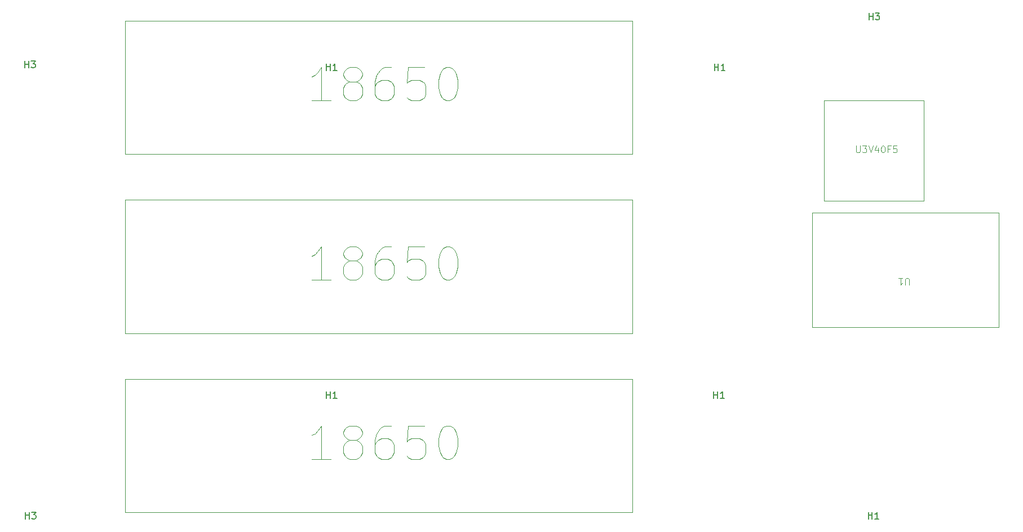
<source format=gbr>
%TF.GenerationSoftware,KiCad,Pcbnew,8.0.2*%
%TF.CreationDate,2024-06-19T11:28:36-04:00*%
%TF.ProjectId,StringsVR-Power,53747269-6e67-4735-9652-2d506f776572,rev?*%
%TF.SameCoordinates,Original*%
%TF.FileFunction,Legend,Top*%
%TF.FilePolarity,Positive*%
%FSLAX46Y46*%
G04 Gerber Fmt 4.6, Leading zero omitted, Abs format (unit mm)*
G04 Created by KiCad (PCBNEW 8.0.2) date 2024-06-19 11:28:36*
%MOMM*%
%LPD*%
G01*
G04 APERTURE LIST*
%ADD10C,0.150000*%
%ADD11C,0.100000*%
G04 APERTURE END LIST*
D10*
X182638095Y-70254819D02*
X182638095Y-69254819D01*
X182638095Y-69731009D02*
X183209523Y-69731009D01*
X183209523Y-70254819D02*
X183209523Y-69254819D01*
X184209523Y-70254819D02*
X183638095Y-70254819D01*
X183923809Y-70254819D02*
X183923809Y-69254819D01*
X183923809Y-69254819D02*
X183828571Y-69397676D01*
X183828571Y-69397676D02*
X183733333Y-69492914D01*
X183733333Y-69492914D02*
X183638095Y-69540533D01*
X182524892Y-119454819D02*
X182524892Y-118454819D01*
X182524892Y-118931009D02*
X183096320Y-118931009D01*
X183096320Y-119454819D02*
X183096320Y-118454819D01*
X184096320Y-119454819D02*
X183524892Y-119454819D01*
X183810606Y-119454819D02*
X183810606Y-118454819D01*
X183810606Y-118454819D02*
X183715368Y-118597676D01*
X183715368Y-118597676D02*
X183620130Y-118692914D01*
X183620130Y-118692914D02*
X183524892Y-118740533D01*
X124324892Y-119441616D02*
X124324892Y-118441616D01*
X124324892Y-118917806D02*
X124896320Y-118917806D01*
X124896320Y-119441616D02*
X124896320Y-118441616D01*
X125896320Y-119441616D02*
X125324892Y-119441616D01*
X125610606Y-119441616D02*
X125610606Y-118441616D01*
X125610606Y-118441616D02*
X125515368Y-118584473D01*
X125515368Y-118584473D02*
X125420130Y-118679711D01*
X125420130Y-118679711D02*
X125324892Y-118727330D01*
D11*
X124975312Y-101682895D02*
X122118169Y-101682895D01*
X123546741Y-101682895D02*
X123546741Y-96682895D01*
X123546741Y-96682895D02*
X123070550Y-97397180D01*
X123070550Y-97397180D02*
X122594360Y-97873371D01*
X122594360Y-97873371D02*
X122118169Y-98111466D01*
X127832455Y-98825752D02*
X127356265Y-98587657D01*
X127356265Y-98587657D02*
X127118170Y-98349561D01*
X127118170Y-98349561D02*
X126880074Y-97873371D01*
X126880074Y-97873371D02*
X126880074Y-97635276D01*
X126880074Y-97635276D02*
X127118170Y-97159085D01*
X127118170Y-97159085D02*
X127356265Y-96920990D01*
X127356265Y-96920990D02*
X127832455Y-96682895D01*
X127832455Y-96682895D02*
X128784836Y-96682895D01*
X128784836Y-96682895D02*
X129261027Y-96920990D01*
X129261027Y-96920990D02*
X129499122Y-97159085D01*
X129499122Y-97159085D02*
X129737217Y-97635276D01*
X129737217Y-97635276D02*
X129737217Y-97873371D01*
X129737217Y-97873371D02*
X129499122Y-98349561D01*
X129499122Y-98349561D02*
X129261027Y-98587657D01*
X129261027Y-98587657D02*
X128784836Y-98825752D01*
X128784836Y-98825752D02*
X127832455Y-98825752D01*
X127832455Y-98825752D02*
X127356265Y-99063847D01*
X127356265Y-99063847D02*
X127118170Y-99301942D01*
X127118170Y-99301942D02*
X126880074Y-99778133D01*
X126880074Y-99778133D02*
X126880074Y-100730514D01*
X126880074Y-100730514D02*
X127118170Y-101206704D01*
X127118170Y-101206704D02*
X127356265Y-101444800D01*
X127356265Y-101444800D02*
X127832455Y-101682895D01*
X127832455Y-101682895D02*
X128784836Y-101682895D01*
X128784836Y-101682895D02*
X129261027Y-101444800D01*
X129261027Y-101444800D02*
X129499122Y-101206704D01*
X129499122Y-101206704D02*
X129737217Y-100730514D01*
X129737217Y-100730514D02*
X129737217Y-99778133D01*
X129737217Y-99778133D02*
X129499122Y-99301942D01*
X129499122Y-99301942D02*
X129261027Y-99063847D01*
X129261027Y-99063847D02*
X128784836Y-98825752D01*
X134022932Y-96682895D02*
X133070551Y-96682895D01*
X133070551Y-96682895D02*
X132594360Y-96920990D01*
X132594360Y-96920990D02*
X132356265Y-97159085D01*
X132356265Y-97159085D02*
X131880075Y-97873371D01*
X131880075Y-97873371D02*
X131641979Y-98825752D01*
X131641979Y-98825752D02*
X131641979Y-100730514D01*
X131641979Y-100730514D02*
X131880075Y-101206704D01*
X131880075Y-101206704D02*
X132118170Y-101444800D01*
X132118170Y-101444800D02*
X132594360Y-101682895D01*
X132594360Y-101682895D02*
X133546741Y-101682895D01*
X133546741Y-101682895D02*
X134022932Y-101444800D01*
X134022932Y-101444800D02*
X134261027Y-101206704D01*
X134261027Y-101206704D02*
X134499122Y-100730514D01*
X134499122Y-100730514D02*
X134499122Y-99540038D01*
X134499122Y-99540038D02*
X134261027Y-99063847D01*
X134261027Y-99063847D02*
X134022932Y-98825752D01*
X134022932Y-98825752D02*
X133546741Y-98587657D01*
X133546741Y-98587657D02*
X132594360Y-98587657D01*
X132594360Y-98587657D02*
X132118170Y-98825752D01*
X132118170Y-98825752D02*
X131880075Y-99063847D01*
X131880075Y-99063847D02*
X131641979Y-99540038D01*
X139022932Y-96682895D02*
X136641980Y-96682895D01*
X136641980Y-96682895D02*
X136403884Y-99063847D01*
X136403884Y-99063847D02*
X136641980Y-98825752D01*
X136641980Y-98825752D02*
X137118170Y-98587657D01*
X137118170Y-98587657D02*
X138308646Y-98587657D01*
X138308646Y-98587657D02*
X138784837Y-98825752D01*
X138784837Y-98825752D02*
X139022932Y-99063847D01*
X139022932Y-99063847D02*
X139261027Y-99540038D01*
X139261027Y-99540038D02*
X139261027Y-100730514D01*
X139261027Y-100730514D02*
X139022932Y-101206704D01*
X139022932Y-101206704D02*
X138784837Y-101444800D01*
X138784837Y-101444800D02*
X138308646Y-101682895D01*
X138308646Y-101682895D02*
X137118170Y-101682895D01*
X137118170Y-101682895D02*
X136641980Y-101444800D01*
X136641980Y-101444800D02*
X136403884Y-101206704D01*
X142356266Y-96682895D02*
X142832456Y-96682895D01*
X142832456Y-96682895D02*
X143308647Y-96920990D01*
X143308647Y-96920990D02*
X143546742Y-97159085D01*
X143546742Y-97159085D02*
X143784837Y-97635276D01*
X143784837Y-97635276D02*
X144022932Y-98587657D01*
X144022932Y-98587657D02*
X144022932Y-99778133D01*
X144022932Y-99778133D02*
X143784837Y-100730514D01*
X143784837Y-100730514D02*
X143546742Y-101206704D01*
X143546742Y-101206704D02*
X143308647Y-101444800D01*
X143308647Y-101444800D02*
X142832456Y-101682895D01*
X142832456Y-101682895D02*
X142356266Y-101682895D01*
X142356266Y-101682895D02*
X141880075Y-101444800D01*
X141880075Y-101444800D02*
X141641980Y-101206704D01*
X141641980Y-101206704D02*
X141403885Y-100730514D01*
X141403885Y-100730514D02*
X141165789Y-99778133D01*
X141165789Y-99778133D02*
X141165789Y-98587657D01*
X141165789Y-98587657D02*
X141403885Y-97635276D01*
X141403885Y-97635276D02*
X141641980Y-97159085D01*
X141641980Y-97159085D02*
X141880075Y-96920990D01*
X141880075Y-96920990D02*
X142356266Y-96682895D01*
X124975312Y-128582895D02*
X122118169Y-128582895D01*
X123546741Y-128582895D02*
X123546741Y-123582895D01*
X123546741Y-123582895D02*
X123070550Y-124297180D01*
X123070550Y-124297180D02*
X122594360Y-124773371D01*
X122594360Y-124773371D02*
X122118169Y-125011466D01*
X127832455Y-125725752D02*
X127356265Y-125487657D01*
X127356265Y-125487657D02*
X127118170Y-125249561D01*
X127118170Y-125249561D02*
X126880074Y-124773371D01*
X126880074Y-124773371D02*
X126880074Y-124535276D01*
X126880074Y-124535276D02*
X127118170Y-124059085D01*
X127118170Y-124059085D02*
X127356265Y-123820990D01*
X127356265Y-123820990D02*
X127832455Y-123582895D01*
X127832455Y-123582895D02*
X128784836Y-123582895D01*
X128784836Y-123582895D02*
X129261027Y-123820990D01*
X129261027Y-123820990D02*
X129499122Y-124059085D01*
X129499122Y-124059085D02*
X129737217Y-124535276D01*
X129737217Y-124535276D02*
X129737217Y-124773371D01*
X129737217Y-124773371D02*
X129499122Y-125249561D01*
X129499122Y-125249561D02*
X129261027Y-125487657D01*
X129261027Y-125487657D02*
X128784836Y-125725752D01*
X128784836Y-125725752D02*
X127832455Y-125725752D01*
X127832455Y-125725752D02*
X127356265Y-125963847D01*
X127356265Y-125963847D02*
X127118170Y-126201942D01*
X127118170Y-126201942D02*
X126880074Y-126678133D01*
X126880074Y-126678133D02*
X126880074Y-127630514D01*
X126880074Y-127630514D02*
X127118170Y-128106704D01*
X127118170Y-128106704D02*
X127356265Y-128344800D01*
X127356265Y-128344800D02*
X127832455Y-128582895D01*
X127832455Y-128582895D02*
X128784836Y-128582895D01*
X128784836Y-128582895D02*
X129261027Y-128344800D01*
X129261027Y-128344800D02*
X129499122Y-128106704D01*
X129499122Y-128106704D02*
X129737217Y-127630514D01*
X129737217Y-127630514D02*
X129737217Y-126678133D01*
X129737217Y-126678133D02*
X129499122Y-126201942D01*
X129499122Y-126201942D02*
X129261027Y-125963847D01*
X129261027Y-125963847D02*
X128784836Y-125725752D01*
X134022932Y-123582895D02*
X133070551Y-123582895D01*
X133070551Y-123582895D02*
X132594360Y-123820990D01*
X132594360Y-123820990D02*
X132356265Y-124059085D01*
X132356265Y-124059085D02*
X131880075Y-124773371D01*
X131880075Y-124773371D02*
X131641979Y-125725752D01*
X131641979Y-125725752D02*
X131641979Y-127630514D01*
X131641979Y-127630514D02*
X131880075Y-128106704D01*
X131880075Y-128106704D02*
X132118170Y-128344800D01*
X132118170Y-128344800D02*
X132594360Y-128582895D01*
X132594360Y-128582895D02*
X133546741Y-128582895D01*
X133546741Y-128582895D02*
X134022932Y-128344800D01*
X134022932Y-128344800D02*
X134261027Y-128106704D01*
X134261027Y-128106704D02*
X134499122Y-127630514D01*
X134499122Y-127630514D02*
X134499122Y-126440038D01*
X134499122Y-126440038D02*
X134261027Y-125963847D01*
X134261027Y-125963847D02*
X134022932Y-125725752D01*
X134022932Y-125725752D02*
X133546741Y-125487657D01*
X133546741Y-125487657D02*
X132594360Y-125487657D01*
X132594360Y-125487657D02*
X132118170Y-125725752D01*
X132118170Y-125725752D02*
X131880075Y-125963847D01*
X131880075Y-125963847D02*
X131641979Y-126440038D01*
X139022932Y-123582895D02*
X136641980Y-123582895D01*
X136641980Y-123582895D02*
X136403884Y-125963847D01*
X136403884Y-125963847D02*
X136641980Y-125725752D01*
X136641980Y-125725752D02*
X137118170Y-125487657D01*
X137118170Y-125487657D02*
X138308646Y-125487657D01*
X138308646Y-125487657D02*
X138784837Y-125725752D01*
X138784837Y-125725752D02*
X139022932Y-125963847D01*
X139022932Y-125963847D02*
X139261027Y-126440038D01*
X139261027Y-126440038D02*
X139261027Y-127630514D01*
X139261027Y-127630514D02*
X139022932Y-128106704D01*
X139022932Y-128106704D02*
X138784837Y-128344800D01*
X138784837Y-128344800D02*
X138308646Y-128582895D01*
X138308646Y-128582895D02*
X137118170Y-128582895D01*
X137118170Y-128582895D02*
X136641980Y-128344800D01*
X136641980Y-128344800D02*
X136403884Y-128106704D01*
X142356266Y-123582895D02*
X142832456Y-123582895D01*
X142832456Y-123582895D02*
X143308647Y-123820990D01*
X143308647Y-123820990D02*
X143546742Y-124059085D01*
X143546742Y-124059085D02*
X143784837Y-124535276D01*
X143784837Y-124535276D02*
X144022932Y-125487657D01*
X144022932Y-125487657D02*
X144022932Y-126678133D01*
X144022932Y-126678133D02*
X143784837Y-127630514D01*
X143784837Y-127630514D02*
X143546742Y-128106704D01*
X143546742Y-128106704D02*
X143308647Y-128344800D01*
X143308647Y-128344800D02*
X142832456Y-128582895D01*
X142832456Y-128582895D02*
X142356266Y-128582895D01*
X142356266Y-128582895D02*
X141880075Y-128344800D01*
X141880075Y-128344800D02*
X141641980Y-128106704D01*
X141641980Y-128106704D02*
X141403885Y-127630514D01*
X141403885Y-127630514D02*
X141165789Y-126678133D01*
X141165789Y-126678133D02*
X141165789Y-125487657D01*
X141165789Y-125487657D02*
X141403885Y-124535276D01*
X141403885Y-124535276D02*
X141641980Y-124059085D01*
X141641980Y-124059085D02*
X141880075Y-123820990D01*
X141880075Y-123820990D02*
X142356266Y-123582895D01*
X124975312Y-74782895D02*
X122118169Y-74782895D01*
X123546741Y-74782895D02*
X123546741Y-69782895D01*
X123546741Y-69782895D02*
X123070550Y-70497180D01*
X123070550Y-70497180D02*
X122594360Y-70973371D01*
X122594360Y-70973371D02*
X122118169Y-71211466D01*
X127832455Y-71925752D02*
X127356265Y-71687657D01*
X127356265Y-71687657D02*
X127118170Y-71449561D01*
X127118170Y-71449561D02*
X126880074Y-70973371D01*
X126880074Y-70973371D02*
X126880074Y-70735276D01*
X126880074Y-70735276D02*
X127118170Y-70259085D01*
X127118170Y-70259085D02*
X127356265Y-70020990D01*
X127356265Y-70020990D02*
X127832455Y-69782895D01*
X127832455Y-69782895D02*
X128784836Y-69782895D01*
X128784836Y-69782895D02*
X129261027Y-70020990D01*
X129261027Y-70020990D02*
X129499122Y-70259085D01*
X129499122Y-70259085D02*
X129737217Y-70735276D01*
X129737217Y-70735276D02*
X129737217Y-70973371D01*
X129737217Y-70973371D02*
X129499122Y-71449561D01*
X129499122Y-71449561D02*
X129261027Y-71687657D01*
X129261027Y-71687657D02*
X128784836Y-71925752D01*
X128784836Y-71925752D02*
X127832455Y-71925752D01*
X127832455Y-71925752D02*
X127356265Y-72163847D01*
X127356265Y-72163847D02*
X127118170Y-72401942D01*
X127118170Y-72401942D02*
X126880074Y-72878133D01*
X126880074Y-72878133D02*
X126880074Y-73830514D01*
X126880074Y-73830514D02*
X127118170Y-74306704D01*
X127118170Y-74306704D02*
X127356265Y-74544800D01*
X127356265Y-74544800D02*
X127832455Y-74782895D01*
X127832455Y-74782895D02*
X128784836Y-74782895D01*
X128784836Y-74782895D02*
X129261027Y-74544800D01*
X129261027Y-74544800D02*
X129499122Y-74306704D01*
X129499122Y-74306704D02*
X129737217Y-73830514D01*
X129737217Y-73830514D02*
X129737217Y-72878133D01*
X129737217Y-72878133D02*
X129499122Y-72401942D01*
X129499122Y-72401942D02*
X129261027Y-72163847D01*
X129261027Y-72163847D02*
X128784836Y-71925752D01*
X134022932Y-69782895D02*
X133070551Y-69782895D01*
X133070551Y-69782895D02*
X132594360Y-70020990D01*
X132594360Y-70020990D02*
X132356265Y-70259085D01*
X132356265Y-70259085D02*
X131880075Y-70973371D01*
X131880075Y-70973371D02*
X131641979Y-71925752D01*
X131641979Y-71925752D02*
X131641979Y-73830514D01*
X131641979Y-73830514D02*
X131880075Y-74306704D01*
X131880075Y-74306704D02*
X132118170Y-74544800D01*
X132118170Y-74544800D02*
X132594360Y-74782895D01*
X132594360Y-74782895D02*
X133546741Y-74782895D01*
X133546741Y-74782895D02*
X134022932Y-74544800D01*
X134022932Y-74544800D02*
X134261027Y-74306704D01*
X134261027Y-74306704D02*
X134499122Y-73830514D01*
X134499122Y-73830514D02*
X134499122Y-72640038D01*
X134499122Y-72640038D02*
X134261027Y-72163847D01*
X134261027Y-72163847D02*
X134022932Y-71925752D01*
X134022932Y-71925752D02*
X133546741Y-71687657D01*
X133546741Y-71687657D02*
X132594360Y-71687657D01*
X132594360Y-71687657D02*
X132118170Y-71925752D01*
X132118170Y-71925752D02*
X131880075Y-72163847D01*
X131880075Y-72163847D02*
X131641979Y-72640038D01*
X139022932Y-69782895D02*
X136641980Y-69782895D01*
X136641980Y-69782895D02*
X136403884Y-72163847D01*
X136403884Y-72163847D02*
X136641980Y-71925752D01*
X136641980Y-71925752D02*
X137118170Y-71687657D01*
X137118170Y-71687657D02*
X138308646Y-71687657D01*
X138308646Y-71687657D02*
X138784837Y-71925752D01*
X138784837Y-71925752D02*
X139022932Y-72163847D01*
X139022932Y-72163847D02*
X139261027Y-72640038D01*
X139261027Y-72640038D02*
X139261027Y-73830514D01*
X139261027Y-73830514D02*
X139022932Y-74306704D01*
X139022932Y-74306704D02*
X138784837Y-74544800D01*
X138784837Y-74544800D02*
X138308646Y-74782895D01*
X138308646Y-74782895D02*
X137118170Y-74782895D01*
X137118170Y-74782895D02*
X136641980Y-74544800D01*
X136641980Y-74544800D02*
X136403884Y-74306704D01*
X142356266Y-69782895D02*
X142832456Y-69782895D01*
X142832456Y-69782895D02*
X143308647Y-70020990D01*
X143308647Y-70020990D02*
X143546742Y-70259085D01*
X143546742Y-70259085D02*
X143784837Y-70735276D01*
X143784837Y-70735276D02*
X144022932Y-71687657D01*
X144022932Y-71687657D02*
X144022932Y-72878133D01*
X144022932Y-72878133D02*
X143784837Y-73830514D01*
X143784837Y-73830514D02*
X143546742Y-74306704D01*
X143546742Y-74306704D02*
X143308647Y-74544800D01*
X143308647Y-74544800D02*
X142832456Y-74782895D01*
X142832456Y-74782895D02*
X142356266Y-74782895D01*
X142356266Y-74782895D02*
X141880075Y-74544800D01*
X141880075Y-74544800D02*
X141641980Y-74306704D01*
X141641980Y-74306704D02*
X141403885Y-73830514D01*
X141403885Y-73830514D02*
X141165789Y-72878133D01*
X141165789Y-72878133D02*
X141165789Y-71687657D01*
X141165789Y-71687657D02*
X141403885Y-70735276D01*
X141403885Y-70735276D02*
X141641980Y-70259085D01*
X141641980Y-70259085D02*
X141880075Y-70020990D01*
X141880075Y-70020990D02*
X142356266Y-69782895D01*
D10*
X79038095Y-69854819D02*
X79038095Y-68854819D01*
X79038095Y-69331009D02*
X79609523Y-69331009D01*
X79609523Y-69854819D02*
X79609523Y-68854819D01*
X79990476Y-68854819D02*
X80609523Y-68854819D01*
X80609523Y-68854819D02*
X80276190Y-69235771D01*
X80276190Y-69235771D02*
X80419047Y-69235771D01*
X80419047Y-69235771D02*
X80514285Y-69283390D01*
X80514285Y-69283390D02*
X80561904Y-69331009D01*
X80561904Y-69331009D02*
X80609523Y-69426247D01*
X80609523Y-69426247D02*
X80609523Y-69664342D01*
X80609523Y-69664342D02*
X80561904Y-69759580D01*
X80561904Y-69759580D02*
X80514285Y-69807200D01*
X80514285Y-69807200D02*
X80419047Y-69854819D01*
X80419047Y-69854819D02*
X80133333Y-69854819D01*
X80133333Y-69854819D02*
X80038095Y-69807200D01*
X80038095Y-69807200D02*
X79990476Y-69759580D01*
X79124892Y-137554819D02*
X79124892Y-136554819D01*
X79124892Y-137031009D02*
X79696320Y-137031009D01*
X79696320Y-137554819D02*
X79696320Y-136554819D01*
X80077273Y-136554819D02*
X80696320Y-136554819D01*
X80696320Y-136554819D02*
X80362987Y-136935771D01*
X80362987Y-136935771D02*
X80505844Y-136935771D01*
X80505844Y-136935771D02*
X80601082Y-136983390D01*
X80601082Y-136983390D02*
X80648701Y-137031009D01*
X80648701Y-137031009D02*
X80696320Y-137126247D01*
X80696320Y-137126247D02*
X80696320Y-137364342D01*
X80696320Y-137364342D02*
X80648701Y-137459580D01*
X80648701Y-137459580D02*
X80601082Y-137507200D01*
X80601082Y-137507200D02*
X80505844Y-137554819D01*
X80505844Y-137554819D02*
X80220130Y-137554819D01*
X80220130Y-137554819D02*
X80124892Y-137507200D01*
X80124892Y-137507200D02*
X80077273Y-137459580D01*
X124324892Y-70241616D02*
X124324892Y-69241616D01*
X124324892Y-69717806D02*
X124896320Y-69717806D01*
X124896320Y-70241616D02*
X124896320Y-69241616D01*
X125896320Y-70241616D02*
X125324892Y-70241616D01*
X125610606Y-70241616D02*
X125610606Y-69241616D01*
X125610606Y-69241616D02*
X125515368Y-69384473D01*
X125515368Y-69384473D02*
X125420130Y-69479711D01*
X125420130Y-69479711D02*
X125324892Y-69527330D01*
D11*
X211861904Y-102442580D02*
X211861904Y-101633057D01*
X211861904Y-101633057D02*
X211814285Y-101537819D01*
X211814285Y-101537819D02*
X211766666Y-101490200D01*
X211766666Y-101490200D02*
X211671428Y-101442580D01*
X211671428Y-101442580D02*
X211480952Y-101442580D01*
X211480952Y-101442580D02*
X211385714Y-101490200D01*
X211385714Y-101490200D02*
X211338095Y-101537819D01*
X211338095Y-101537819D02*
X211290476Y-101633057D01*
X211290476Y-101633057D02*
X211290476Y-102442580D01*
X210290476Y-101442580D02*
X210861904Y-101442580D01*
X210576190Y-101442580D02*
X210576190Y-102442580D01*
X210576190Y-102442580D02*
X210671428Y-102299723D01*
X210671428Y-102299723D02*
X210766666Y-102204485D01*
X210766666Y-102204485D02*
X210861904Y-102156866D01*
D10*
X205838095Y-62641616D02*
X205838095Y-61641616D01*
X205838095Y-62117806D02*
X206409523Y-62117806D01*
X206409523Y-62641616D02*
X206409523Y-61641616D01*
X206790476Y-61641616D02*
X207409523Y-61641616D01*
X207409523Y-61641616D02*
X207076190Y-62022568D01*
X207076190Y-62022568D02*
X207219047Y-62022568D01*
X207219047Y-62022568D02*
X207314285Y-62070187D01*
X207314285Y-62070187D02*
X207361904Y-62117806D01*
X207361904Y-62117806D02*
X207409523Y-62213044D01*
X207409523Y-62213044D02*
X207409523Y-62451139D01*
X207409523Y-62451139D02*
X207361904Y-62546377D01*
X207361904Y-62546377D02*
X207314285Y-62593997D01*
X207314285Y-62593997D02*
X207219047Y-62641616D01*
X207219047Y-62641616D02*
X206933333Y-62641616D01*
X206933333Y-62641616D02*
X206838095Y-62593997D01*
X206838095Y-62593997D02*
X206790476Y-62546377D01*
X205738095Y-137554819D02*
X205738095Y-136554819D01*
X205738095Y-137031009D02*
X206309523Y-137031009D01*
X206309523Y-137554819D02*
X206309523Y-136554819D01*
X207309523Y-137554819D02*
X206738095Y-137554819D01*
X207023809Y-137554819D02*
X207023809Y-136554819D01*
X207023809Y-136554819D02*
X206928571Y-136697676D01*
X206928571Y-136697676D02*
X206833333Y-136792914D01*
X206833333Y-136792914D02*
X206738095Y-136840533D01*
D11*
X203903884Y-81572419D02*
X203903884Y-82381942D01*
X203903884Y-82381942D02*
X203951503Y-82477180D01*
X203951503Y-82477180D02*
X203999122Y-82524800D01*
X203999122Y-82524800D02*
X204094360Y-82572419D01*
X204094360Y-82572419D02*
X204284836Y-82572419D01*
X204284836Y-82572419D02*
X204380074Y-82524800D01*
X204380074Y-82524800D02*
X204427693Y-82477180D01*
X204427693Y-82477180D02*
X204475312Y-82381942D01*
X204475312Y-82381942D02*
X204475312Y-81572419D01*
X204856265Y-81572419D02*
X205475312Y-81572419D01*
X205475312Y-81572419D02*
X205141979Y-81953371D01*
X205141979Y-81953371D02*
X205284836Y-81953371D01*
X205284836Y-81953371D02*
X205380074Y-82000990D01*
X205380074Y-82000990D02*
X205427693Y-82048609D01*
X205427693Y-82048609D02*
X205475312Y-82143847D01*
X205475312Y-82143847D02*
X205475312Y-82381942D01*
X205475312Y-82381942D02*
X205427693Y-82477180D01*
X205427693Y-82477180D02*
X205380074Y-82524800D01*
X205380074Y-82524800D02*
X205284836Y-82572419D01*
X205284836Y-82572419D02*
X204999122Y-82572419D01*
X204999122Y-82572419D02*
X204903884Y-82524800D01*
X204903884Y-82524800D02*
X204856265Y-82477180D01*
X205761027Y-81572419D02*
X206094360Y-82572419D01*
X206094360Y-82572419D02*
X206427693Y-81572419D01*
X207189598Y-81905752D02*
X207189598Y-82572419D01*
X206951503Y-81524800D02*
X206713408Y-82239085D01*
X206713408Y-82239085D02*
X207332455Y-82239085D01*
X207903884Y-81572419D02*
X207999122Y-81572419D01*
X207999122Y-81572419D02*
X208094360Y-81620038D01*
X208094360Y-81620038D02*
X208141979Y-81667657D01*
X208141979Y-81667657D02*
X208189598Y-81762895D01*
X208189598Y-81762895D02*
X208237217Y-81953371D01*
X208237217Y-81953371D02*
X208237217Y-82191466D01*
X208237217Y-82191466D02*
X208189598Y-82381942D01*
X208189598Y-82381942D02*
X208141979Y-82477180D01*
X208141979Y-82477180D02*
X208094360Y-82524800D01*
X208094360Y-82524800D02*
X207999122Y-82572419D01*
X207999122Y-82572419D02*
X207903884Y-82572419D01*
X207903884Y-82572419D02*
X207808646Y-82524800D01*
X207808646Y-82524800D02*
X207761027Y-82477180D01*
X207761027Y-82477180D02*
X207713408Y-82381942D01*
X207713408Y-82381942D02*
X207665789Y-82191466D01*
X207665789Y-82191466D02*
X207665789Y-81953371D01*
X207665789Y-81953371D02*
X207713408Y-81762895D01*
X207713408Y-81762895D02*
X207761027Y-81667657D01*
X207761027Y-81667657D02*
X207808646Y-81620038D01*
X207808646Y-81620038D02*
X207903884Y-81572419D01*
X208999122Y-82048609D02*
X208665789Y-82048609D01*
X208665789Y-82572419D02*
X208665789Y-81572419D01*
X208665789Y-81572419D02*
X209141979Y-81572419D01*
X209999122Y-81572419D02*
X209522932Y-81572419D01*
X209522932Y-81572419D02*
X209475313Y-82048609D01*
X209475313Y-82048609D02*
X209522932Y-82000990D01*
X209522932Y-82000990D02*
X209618170Y-81953371D01*
X209618170Y-81953371D02*
X209856265Y-81953371D01*
X209856265Y-81953371D02*
X209951503Y-82000990D01*
X209951503Y-82000990D02*
X209999122Y-82048609D01*
X209999122Y-82048609D02*
X210046741Y-82143847D01*
X210046741Y-82143847D02*
X210046741Y-82381942D01*
X210046741Y-82381942D02*
X209999122Y-82477180D01*
X209999122Y-82477180D02*
X209951503Y-82524800D01*
X209951503Y-82524800D02*
X209856265Y-82572419D01*
X209856265Y-82572419D02*
X209618170Y-82572419D01*
X209618170Y-82572419D02*
X209522932Y-82524800D01*
X209522932Y-82524800D02*
X209475313Y-82477180D01*
%TO.C,U3*%
X94100000Y-89700000D02*
X170300000Y-89700000D01*
X170300000Y-109700000D01*
X94100000Y-109700000D01*
X94100000Y-89700000D01*
%TO.C,U4*%
X94100000Y-116600000D02*
X170300000Y-116600000D01*
X170300000Y-136600000D01*
X94100000Y-136600000D01*
X94100000Y-116600000D01*
%TO.C,U2*%
X94100000Y-62800000D02*
X170300000Y-62800000D01*
X170300000Y-82800000D01*
X94100000Y-82800000D01*
X94100000Y-62800000D01*
%TO.C,U1*%
X225300000Y-108800000D02*
X197300000Y-108800000D01*
X197300000Y-91600000D01*
X225300000Y-91600000D01*
X225300000Y-108800000D01*
%TO.C,U5*%
X199100000Y-74800000D02*
X214100000Y-74800000D01*
X214100000Y-89800000D01*
X199100000Y-89800000D01*
X199100000Y-74800000D01*
%TD*%
M02*

</source>
